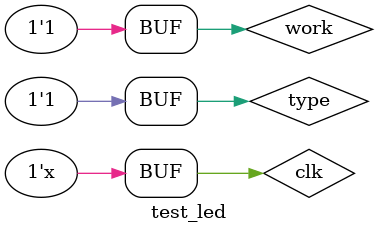
<source format=v>
`timescale 1ns / 1ps


module test_led();

reg clk, work, type;
wire [3:0] led1;

initial begin
    clk = 0;
    work = 0;
    type = 0;
    #100 work = 1;
    #300 type = 1;
end

always #10 clk = ~clk;

LED_flow u1(clk, work, type, led1);

endmodule

</source>
